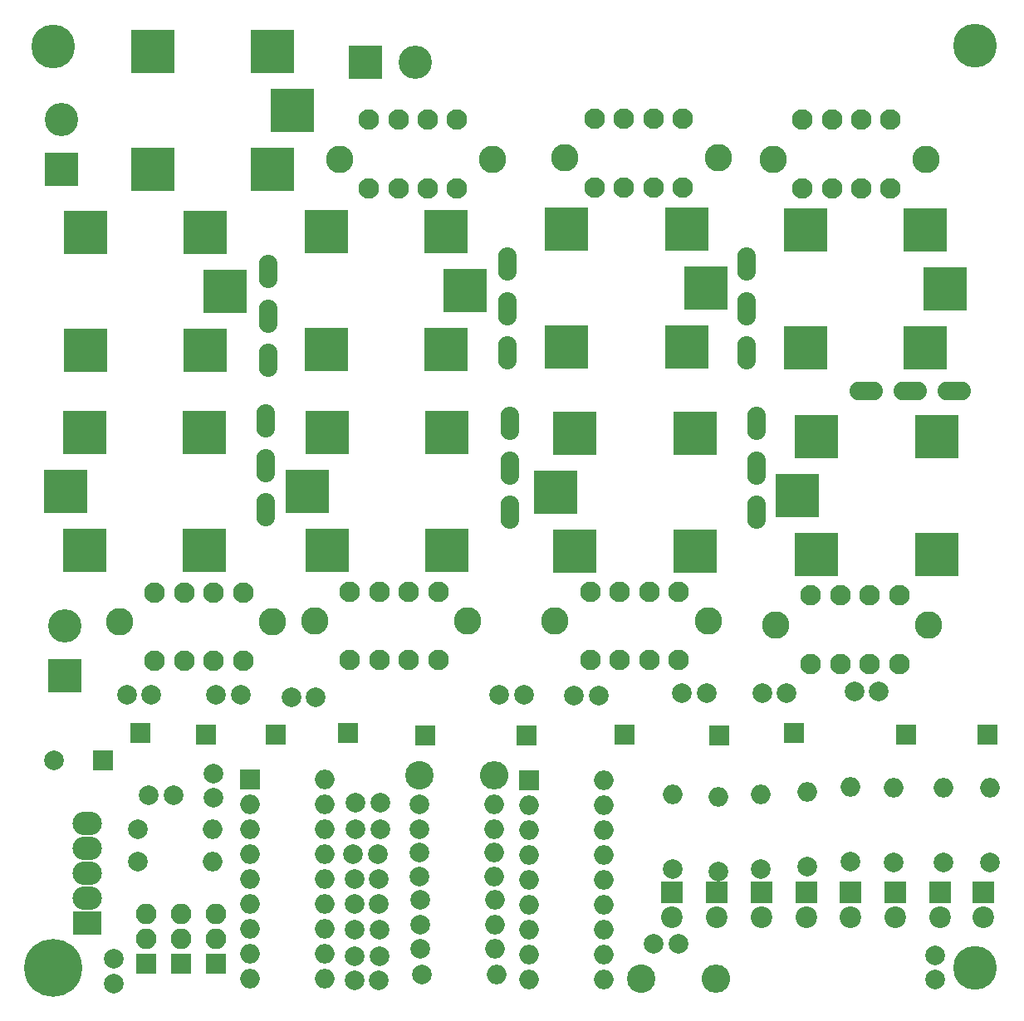
<source format=gbr>
G04 #@! TF.FileFunction,Soldermask,Bot*
%FSLAX46Y46*%
G04 Gerber Fmt 4.6, Leading zero omitted, Abs format (unit mm)*
G04 Created by KiCad (PCBNEW 4.0.7) date 09/11/18 07:57:02*
%MOMM*%
%LPD*%
G01*
G04 APERTURE LIST*
%ADD10C,0.100000*%
%ADD11R,2.200000X2.200000*%
%ADD12C,2.200000*%
%ADD13R,2.000000X2.000000*%
%ADD14O,2.000000X2.000000*%
%ADD15C,2.000000*%
%ADD16R,3.000000X2.400000*%
%ADD17O,3.000000X2.400000*%
%ADD18R,3.400000X3.400000*%
%ADD19C,3.400000*%
%ADD20R,2.100000X2.100000*%
%ADD21O,2.100000X2.100000*%
%ADD22C,4.464000*%
%ADD23C,5.900000*%
%ADD24C,2.100000*%
%ADD25C,2.800000*%
%ADD26R,4.400000X4.400000*%
%ADD27C,1.924000*%
%ADD28O,1.900000X3.400000*%
%ADD29O,3.400000X1.900000*%
%ADD30C,2.900000*%
%ADD31O,2.900000X2.900000*%
G04 APERTURE END LIST*
D10*
D11*
X138811000Y-139319000D03*
D12*
X138811000Y-141859000D03*
D13*
X73025000Y-127762000D03*
D14*
X80645000Y-148082000D03*
X73025000Y-130302000D03*
X80645000Y-145542000D03*
X73025000Y-132842000D03*
X80645000Y-143002000D03*
X73025000Y-135382000D03*
X80645000Y-140462000D03*
X73025000Y-137922000D03*
X80645000Y-137922000D03*
X73025000Y-140462000D03*
X80645000Y-135382000D03*
X73025000Y-143002000D03*
X80645000Y-132842000D03*
X73025000Y-145542000D03*
X80645000Y-130302000D03*
X73025000Y-148082000D03*
X80645000Y-127762000D03*
D15*
X61595000Y-132842000D03*
D14*
X69215000Y-132842000D03*
D11*
X125222000Y-139319000D03*
D12*
X125222000Y-141859000D03*
D16*
X56494680Y-142438120D03*
D17*
X56494680Y-139898120D03*
X56494680Y-137358120D03*
X56494680Y-134818120D03*
X56494680Y-132278120D03*
D15*
X143764000Y-136271000D03*
D14*
X143764000Y-128651000D03*
D11*
X120650000Y-139319000D03*
D12*
X120650000Y-141859000D03*
D13*
X101473000Y-127889000D03*
D14*
X109093000Y-148209000D03*
X101473000Y-130429000D03*
X109093000Y-145669000D03*
X101473000Y-132969000D03*
X109093000Y-143129000D03*
X101473000Y-135509000D03*
X109093000Y-140589000D03*
X101473000Y-138049000D03*
X109093000Y-138049000D03*
X101473000Y-140589000D03*
X109093000Y-135509000D03*
X101473000Y-143129000D03*
X109093000Y-132969000D03*
X101473000Y-145669000D03*
X109093000Y-130429000D03*
X101473000Y-148209000D03*
X109093000Y-127889000D03*
D18*
X54203600Y-117195600D03*
D19*
X54203600Y-112115600D03*
D18*
X84836000Y-54610000D03*
D19*
X89916000Y-54610000D03*
D15*
X62992000Y-119126000D03*
X60492000Y-119126000D03*
X79756000Y-119380000D03*
X77256000Y-119380000D03*
X108585000Y-119253000D03*
X106085000Y-119253000D03*
X127762000Y-118973600D03*
X125262000Y-118973600D03*
X134670800Y-118859300D03*
X137170800Y-118859300D03*
X117094000Y-118973600D03*
X119594000Y-118973600D03*
X100965000Y-119189500D03*
X98465000Y-119189500D03*
X69596000Y-119126000D03*
X72096000Y-119126000D03*
X62738000Y-129413000D03*
X65238000Y-129413000D03*
D13*
X58102500Y-125857000D03*
D15*
X53102500Y-125857000D03*
D20*
X69596000Y-146558000D03*
D21*
X69596000Y-144018000D03*
X69596000Y-141478000D03*
D20*
X66040000Y-146558000D03*
D21*
X66040000Y-144018000D03*
X66040000Y-141478000D03*
D20*
X62484000Y-146558000D03*
D21*
X62484000Y-144018000D03*
X62484000Y-141478000D03*
D15*
X61595000Y-136144000D03*
D14*
X69215000Y-136144000D03*
D18*
X53848000Y-65532000D03*
D19*
X53848000Y-60452000D03*
D22*
X53000000Y-53000000D03*
D23*
X53000000Y-147000000D03*
D22*
X147002500Y-147002500D03*
X147002500Y-52959000D03*
D11*
X129794000Y-139319000D03*
D12*
X129794000Y-141859000D03*
D11*
X134239000Y-139319000D03*
D12*
X134239000Y-141859000D03*
D11*
X143383000Y-139319000D03*
D12*
X143383000Y-141859000D03*
D11*
X147828000Y-139319000D03*
D12*
X147828000Y-141859000D03*
D15*
X116141500Y-136969500D03*
D14*
X116141500Y-129349500D03*
D15*
X120777000Y-137160000D03*
D14*
X120777000Y-129540000D03*
D15*
X125095000Y-136906000D03*
D14*
X125095000Y-129286000D03*
D15*
X129857500Y-136715500D03*
D14*
X129857500Y-129095500D03*
D15*
X134239000Y-136144000D03*
D14*
X134239000Y-128524000D03*
D15*
X138684000Y-136271000D03*
D14*
X138684000Y-128651000D03*
D15*
X148463000Y-136271000D03*
D14*
X148463000Y-128651000D03*
D24*
X92249000Y-108633000D03*
X89249000Y-108633000D03*
X86249000Y-108633000D03*
X83249000Y-108633000D03*
X92249000Y-115633000D03*
X89249000Y-115633000D03*
X86249000Y-115633000D03*
X83249000Y-115633000D03*
D25*
X95249000Y-111633000D03*
X79629000Y-111633000D03*
D24*
X72335400Y-108709200D03*
X69335400Y-108709200D03*
X66335400Y-108709200D03*
X63335400Y-108709200D03*
X72335400Y-115709200D03*
X69335400Y-115709200D03*
X66335400Y-115709200D03*
X63335400Y-115709200D03*
D25*
X75335400Y-111709200D03*
X59715400Y-111709200D03*
D24*
X116760000Y-108633000D03*
X113760000Y-108633000D03*
X110760000Y-108633000D03*
X107760000Y-108633000D03*
X116760000Y-115633000D03*
X113760000Y-115633000D03*
X110760000Y-115633000D03*
X107760000Y-115633000D03*
D25*
X119760000Y-111633000D03*
X104140000Y-111633000D03*
D24*
X139239000Y-109014000D03*
X136239000Y-109014000D03*
X133239000Y-109014000D03*
X130239000Y-109014000D03*
X139239000Y-116014000D03*
X136239000Y-116014000D03*
X133239000Y-116014000D03*
X130239000Y-116014000D03*
D25*
X142239000Y-112014000D03*
X126619000Y-112014000D03*
D24*
X129366000Y-67516000D03*
X132366000Y-67516000D03*
X135366000Y-67516000D03*
X138366000Y-67516000D03*
X129366000Y-60516000D03*
X132366000Y-60516000D03*
X135366000Y-60516000D03*
X138366000Y-60516000D03*
D25*
X126366000Y-64516000D03*
X141986000Y-64516000D03*
D24*
X108157000Y-67389000D03*
X111157000Y-67389000D03*
X114157000Y-67389000D03*
X117157000Y-67389000D03*
X108157000Y-60389000D03*
X111157000Y-60389000D03*
X114157000Y-60389000D03*
X117157000Y-60389000D03*
D25*
X105157000Y-64389000D03*
X120777000Y-64389000D03*
D24*
X85170000Y-67516000D03*
X88170000Y-67516000D03*
X91170000Y-67516000D03*
X94170000Y-67516000D03*
X85170000Y-60516000D03*
X88170000Y-60516000D03*
X91170000Y-60516000D03*
X94170000Y-60516000D03*
D25*
X82170000Y-64516000D03*
X97790000Y-64516000D03*
D15*
X69342000Y-129667000D03*
X69342000Y-127167000D03*
D26*
X118388500Y-104472500D03*
X106188500Y-104472500D03*
X118388500Y-92472500D03*
X104188500Y-98472500D03*
D27*
X105188500Y-91472500D03*
X117388500Y-91472500D03*
X117388500Y-103472500D03*
X103188500Y-97472500D03*
X105188500Y-103472500D03*
X105188500Y-97472500D03*
X103188500Y-99472500D03*
X105188500Y-99472500D03*
X107188500Y-91472500D03*
X105188500Y-93472500D03*
X107188500Y-93472500D03*
X107188500Y-103472500D03*
X105188500Y-105472500D03*
X107188500Y-105472500D03*
X119388500Y-103472500D03*
X117388500Y-105472500D03*
X119388500Y-105472500D03*
X119388500Y-91472500D03*
X117388500Y-93472500D03*
X119388500Y-93472500D03*
D26*
X106188500Y-92472500D03*
X80811000Y-71943200D03*
X93011000Y-71943200D03*
X80811000Y-83943200D03*
X95011000Y-77943200D03*
D27*
X94011000Y-84943200D03*
X81811000Y-84943200D03*
X81811000Y-72943200D03*
X96011000Y-78943200D03*
X94011000Y-72943200D03*
X94011000Y-78943200D03*
X96011000Y-76943200D03*
X94011000Y-76943200D03*
X92011000Y-84943200D03*
X94011000Y-82943200D03*
X92011000Y-82943200D03*
X92011000Y-72943200D03*
X94011000Y-70943200D03*
X92011000Y-70943200D03*
X79811000Y-72943200D03*
X81811000Y-70943200D03*
X79811000Y-70943200D03*
X79811000Y-84943200D03*
X81811000Y-82943200D03*
X79811000Y-82943200D03*
D26*
X93011000Y-83943200D03*
X63132600Y-53538360D03*
X75332600Y-53538360D03*
X63132600Y-65538360D03*
X77332600Y-59538360D03*
D27*
X76332600Y-66538360D03*
X64132600Y-66538360D03*
X64132600Y-54538360D03*
X78332600Y-60538360D03*
X76332600Y-54538360D03*
X76332600Y-60538360D03*
X78332600Y-58538360D03*
X76332600Y-58538360D03*
X74332600Y-66538360D03*
X76332600Y-64538360D03*
X74332600Y-64538360D03*
X74332600Y-54538360D03*
X76332600Y-52538360D03*
X74332600Y-52538360D03*
X62132600Y-54538360D03*
X64132600Y-52538360D03*
X62132600Y-52538360D03*
X62132600Y-66538360D03*
X64132600Y-64538360D03*
X62132600Y-64538360D03*
D26*
X75332600Y-65538360D03*
X56300000Y-71994000D03*
X68500000Y-71994000D03*
X56300000Y-83994000D03*
X70500000Y-77994000D03*
D27*
X69500000Y-84994000D03*
X57300000Y-84994000D03*
X57300000Y-72994000D03*
X71500000Y-78994000D03*
X69500000Y-72994000D03*
X69500000Y-78994000D03*
X71500000Y-76994000D03*
X69500000Y-76994000D03*
X67500000Y-84994000D03*
X69500000Y-82994000D03*
X67500000Y-82994000D03*
X67500000Y-72994000D03*
X69500000Y-70994000D03*
X67500000Y-70994000D03*
X55300000Y-72994000D03*
X57300000Y-70994000D03*
X55300000Y-70994000D03*
X55300000Y-84994000D03*
X57300000Y-82994000D03*
X55300000Y-82994000D03*
D26*
X68500000Y-83994000D03*
X105347400Y-71673960D03*
X117547400Y-71673960D03*
X105347400Y-83673960D03*
X119547400Y-77673960D03*
D27*
X118547400Y-84673960D03*
X106347400Y-84673960D03*
X106347400Y-72673960D03*
X120547400Y-78673960D03*
X118547400Y-72673960D03*
X118547400Y-78673960D03*
X120547400Y-76673960D03*
X118547400Y-76673960D03*
X116547400Y-84673960D03*
X118547400Y-82673960D03*
X116547400Y-82673960D03*
X116547400Y-72673960D03*
X118547400Y-70673960D03*
X116547400Y-70673960D03*
X104347400Y-72673960D03*
X106347400Y-70673960D03*
X104347400Y-70673960D03*
X104347400Y-84673960D03*
X106347400Y-82673960D03*
X104347400Y-82673960D03*
D26*
X117547400Y-83673960D03*
X129706000Y-71765400D03*
X141906000Y-71765400D03*
X129706000Y-83765400D03*
X143906000Y-77765400D03*
D27*
X142906000Y-84765400D03*
X130706000Y-84765400D03*
X130706000Y-72765400D03*
X144906000Y-78765400D03*
X142906000Y-72765400D03*
X142906000Y-78765400D03*
X144906000Y-76765400D03*
X142906000Y-76765400D03*
X140906000Y-84765400D03*
X142906000Y-82765400D03*
X140906000Y-82765400D03*
X140906000Y-72765400D03*
X142906000Y-70765400D03*
X140906000Y-70765400D03*
X128706000Y-72765400D03*
X130706000Y-70765400D03*
X128706000Y-70765400D03*
X128706000Y-84765400D03*
X130706000Y-82765400D03*
X128706000Y-82765400D03*
D26*
X141906000Y-83765400D03*
X143026500Y-104853500D03*
X130826500Y-104853500D03*
X143026500Y-92853500D03*
X128826500Y-98853500D03*
D27*
X129826500Y-91853500D03*
X142026500Y-91853500D03*
X142026500Y-103853500D03*
X127826500Y-97853500D03*
X129826500Y-103853500D03*
X129826500Y-97853500D03*
X127826500Y-99853500D03*
X129826500Y-99853500D03*
X131826500Y-91853500D03*
X129826500Y-93853500D03*
X131826500Y-93853500D03*
X131826500Y-103853500D03*
X129826500Y-105853500D03*
X131826500Y-105853500D03*
X144026500Y-103853500D03*
X142026500Y-105853500D03*
X144026500Y-105853500D03*
X144026500Y-91853500D03*
X142026500Y-93853500D03*
X144026500Y-93853500D03*
D26*
X130826500Y-92853500D03*
X93115500Y-104409000D03*
X80915500Y-104409000D03*
X93115500Y-92409000D03*
X78915500Y-98409000D03*
D27*
X79915500Y-91409000D03*
X92115500Y-91409000D03*
X92115500Y-103409000D03*
X77915500Y-97409000D03*
X79915500Y-103409000D03*
X79915500Y-97409000D03*
X77915500Y-99409000D03*
X79915500Y-99409000D03*
X81915500Y-91409000D03*
X79915500Y-93409000D03*
X81915500Y-93409000D03*
X81915500Y-103409000D03*
X79915500Y-105409000D03*
X81915500Y-105409000D03*
X94115500Y-103409000D03*
X92115500Y-105409000D03*
X94115500Y-105409000D03*
X94115500Y-91409000D03*
X92115500Y-93409000D03*
X94115500Y-93409000D03*
D26*
X80915500Y-92409000D03*
X68414000Y-104409000D03*
X56214000Y-104409000D03*
X68414000Y-92409000D03*
X54214000Y-98409000D03*
D27*
X55214000Y-91409000D03*
X67414000Y-91409000D03*
X67414000Y-103409000D03*
X53214000Y-97409000D03*
X55214000Y-103409000D03*
X55214000Y-97409000D03*
X53214000Y-99409000D03*
X55214000Y-99409000D03*
X57214000Y-91409000D03*
X55214000Y-93409000D03*
X57214000Y-93409000D03*
X57214000Y-103409000D03*
X55214000Y-105409000D03*
X57214000Y-105409000D03*
X69414000Y-103409000D03*
X67414000Y-105409000D03*
X69414000Y-105409000D03*
X69414000Y-91409000D03*
X67414000Y-93409000D03*
X69414000Y-93409000D03*
D26*
X56214000Y-92409000D03*
D28*
X74930000Y-80518000D03*
X74930000Y-85018000D03*
X74930000Y-76018000D03*
X99314000Y-79756000D03*
X99314000Y-84256000D03*
X99314000Y-75256000D03*
X123698000Y-79756000D03*
X123698000Y-84256000D03*
X123698000Y-75256000D03*
X124714000Y-96012000D03*
X124714000Y-91512000D03*
X124714000Y-100512000D03*
X99568000Y-96012000D03*
X99568000Y-91512000D03*
X99568000Y-100512000D03*
X74676000Y-95758000D03*
X74676000Y-91258000D03*
X74676000Y-100258000D03*
D29*
X140335000Y-88138000D03*
X135835000Y-88138000D03*
X144835000Y-88138000D03*
D20*
X61849000Y-123063000D03*
X68580000Y-123190000D03*
X75692000Y-123190000D03*
X83058000Y-123063000D03*
X90932000Y-123317000D03*
X101219000Y-123317000D03*
X111252000Y-123190000D03*
X120904000Y-123317000D03*
X128524000Y-123063000D03*
X139954000Y-123190000D03*
X148209000Y-123190000D03*
D15*
X90297000Y-130302000D03*
D14*
X97917000Y-130302000D03*
D15*
X90297000Y-132842000D03*
D14*
X97917000Y-132842000D03*
D15*
X90297000Y-135255000D03*
D14*
X97917000Y-135255000D03*
D15*
X90297000Y-137668000D03*
D14*
X97917000Y-137668000D03*
D15*
X90424000Y-140081000D03*
D14*
X98044000Y-140081000D03*
D15*
X90424000Y-142621000D03*
D14*
X98044000Y-142621000D03*
D15*
X90424000Y-145034000D03*
D14*
X98044000Y-145034000D03*
D15*
X90551000Y-147701000D03*
D14*
X98171000Y-147701000D03*
D11*
X116078000Y-139319000D03*
D12*
X116078000Y-141859000D03*
D15*
X83820000Y-130175000D03*
X86320000Y-130175000D03*
X83820000Y-132842000D03*
X86320000Y-132842000D03*
X83566000Y-135382000D03*
X86066000Y-135382000D03*
X83693000Y-137922000D03*
X86193000Y-137922000D03*
X83693000Y-140525500D03*
X86193000Y-140525500D03*
X83756500Y-143129000D03*
X86256500Y-143129000D03*
X83756500Y-145796000D03*
X86256500Y-145796000D03*
X83693000Y-148272500D03*
X86193000Y-148272500D03*
D30*
X112966500Y-148145500D03*
D31*
X120586500Y-148145500D03*
D30*
X90297000Y-127381000D03*
D31*
X97917000Y-127381000D03*
D15*
X114223800Y-144526000D03*
X116723800Y-144526000D03*
X59182000Y-148590000D03*
X59182000Y-146090000D03*
X142875000Y-148209000D03*
X142875000Y-145709000D03*
M02*

</source>
